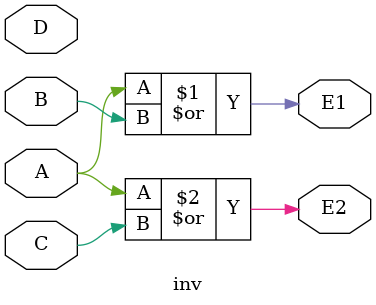
<source format=v>
`timescale 1ns / 1ps

module inv(
input A,
input B,
input C,
input D,
output E1,
output E2
    );    

assign E1 = A|B;
assign E2 = A|C;

endmodule


</source>
